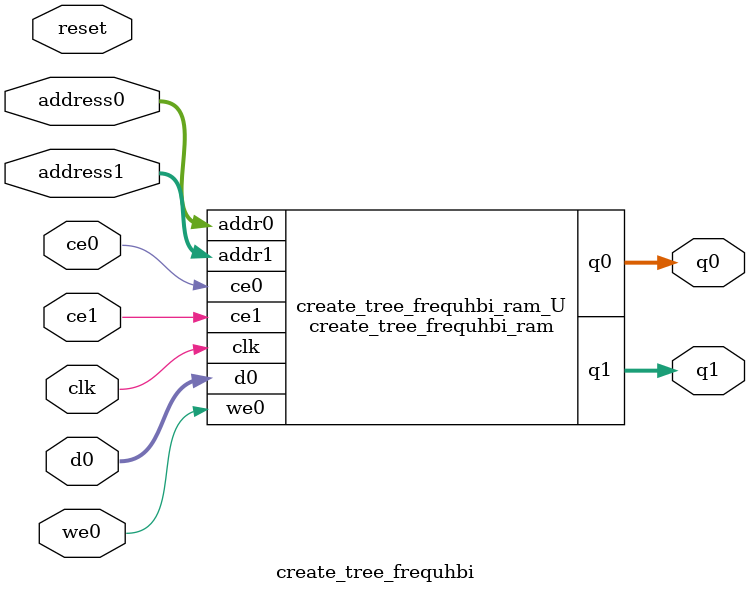
<source format=v>
`timescale 1 ns / 1 ps
module create_tree_frequhbi_ram (addr0, ce0, d0, we0, q0, addr1, ce1, q1,  clk);

parameter DWIDTH = 32;
parameter AWIDTH = 7;
parameter MEM_SIZE = 128;

input[AWIDTH-1:0] addr0;
input ce0;
input[DWIDTH-1:0] d0;
input we0;
output reg[DWIDTH-1:0] q0;
input[AWIDTH-1:0] addr1;
input ce1;
output reg[DWIDTH-1:0] q1;
input clk;

(* ram_style = "block" *)reg [DWIDTH-1:0] ram[0:MEM_SIZE-1];




always @(posedge clk)  
begin 
    if (ce0) begin
        if (we0) 
            ram[addr0] <= d0; 
        q0 <= ram[addr0];
    end
end


always @(posedge clk)  
begin 
    if (ce1) begin
        q1 <= ram[addr1];
    end
end


endmodule

`timescale 1 ns / 1 ps
module create_tree_frequhbi(
    reset,
    clk,
    address0,
    ce0,
    we0,
    d0,
    q0,
    address1,
    ce1,
    q1);

parameter DataWidth = 32'd32;
parameter AddressRange = 32'd128;
parameter AddressWidth = 32'd7;
input reset;
input clk;
input[AddressWidth - 1:0] address0;
input ce0;
input we0;
input[DataWidth - 1:0] d0;
output[DataWidth - 1:0] q0;
input[AddressWidth - 1:0] address1;
input ce1;
output[DataWidth - 1:0] q1;



create_tree_frequhbi_ram create_tree_frequhbi_ram_U(
    .clk( clk ),
    .addr0( address0 ),
    .ce0( ce0 ),
    .we0( we0 ),
    .d0( d0 ),
    .q0( q0 ),
    .addr1( address1 ),
    .ce1( ce1 ),
    .q1( q1 ));

endmodule


</source>
